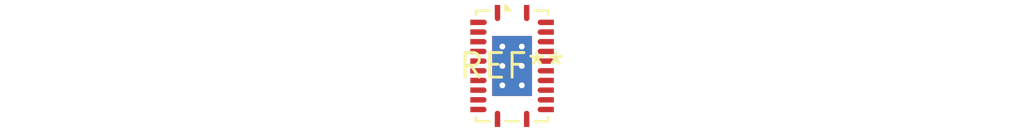
<source format=kicad_pcb>
(kicad_pcb (version 20240108) (generator pcbnew)
  (layers (0 "F.Cu" signal) (31 "B.Cu" signal) (34 "B.Paste" user) (35 "F.Paste" user) (36 "B.SilkS" user "B.Silkscreen") (37 "F.SilkS" user "F.Silkscreen") (38 "B.Mask" user) (39 "F.Mask" user) (44 "Edge.Cuts" user))
  (net 0 "")
  (footprint "Texas_RGY_R-PVQFN-N24_EP2.05x3.1mm_ThermalVias" (layer "F.Cu") (at 0 0)
    (property "Reference" "REF**")
    (property "Value" "Texas_RGY_R-PVQFN-N24_EP2.05x3.1mm_ThermalVias")
    (fp_line (start -1.86 -2.86) (end -1.86 -2.65) (layer "F.SilkS") (stroke (width 0.12)))
    (fp_line (start -1.86 2.86) (end -1.86 2.65) (layer "F.SilkS") (stroke (width 0.12)))
    (fp_line (start -1.15 -2.86) (end -1.86 -2.86) (layer "F.SilkS") (stroke (width 0.12)))
    (fp_line (start -1.15 2.86) (end -1.86 2.86) (layer "F.SilkS") (stroke (width 0.12)))
    (fp_line (start 0.35 2.86) (end -0.35 2.86) (layer "F.SilkS") (stroke (width 0.12)))
    (fp_line (start 1.15 -2.86) (end 1.86 -2.86) (layer "F.SilkS") (stroke (width 0.12)))
    (fp_line (start 1.15 2.86) (end 1.86 2.86) (layer "F.SilkS") (stroke (width 0.12)))
    (fp_line (start 1.86 -2.86) (end 1.86 -2.65) (layer "F.SilkS") (stroke (width 0.12)))
    (fp_line (start 1.86 2.86) (end 1.86 2.65) (layer "F.SilkS") (stroke (width 0.12)))
    (fp_poly (pts (xy -0.35 -2.86) (xy -0.35 -3.14) (xy -0.07 -2.86) (xy -0.35 -2.86)) (layer "F.SilkS") (stroke (width 0.12)) (fill solid))
    (pad "1" smd custom (at -0.75 -2.795) (size 0.28 0.71) (layers "F.Cu" "F.Paste" "F.Mask") (options (clearance outline) (anchor rect)) (primitives (gr_circle (center 0 0.3425) (end 0.14 0.3425) (width 0) (fill yes))))
    (pad "2" smd custom (at -1.795 -2.25) (size 0.71 0.28) (layers "F.Cu" "F.Paste" "F.Mask") (options (clearance outline) (anchor rect)) (primitives (gr_circle (center 0.355 0) (end 0.495 0) (width 0) (fill yes))))
    (pad "3" smd custom (at -1.795 -1.75) (size 0.71 0.28) (layers "F.Cu" "F.Paste" "F.Mask") (options (clearance outline) (anchor rect)) (primitives (gr_circle (center 0.3425 0) (end 0.4825 0) (width 0) (fill yes))))
    (pad "4" smd custom (at -1.795 -1.25) (size 0.71 0.28) (layers "F.Cu" "F.Paste" "F.Mask") (options (clearance outline) (anchor rect)) (primitives (gr_circle (center 0.3425 0) (end 0.4825 0) (width 0) (fill yes))))
    (pad "5" smd custom (at -1.795 -0.75) (size 0.71 0.28) (layers "F.Cu" "F.Paste" "F.Mask") (options (clearance outline) (anchor rect)) (primitives (gr_circle (center 0.3425 0) (end 0.4825 0) (width 0) (fill yes))))
    (pad "6" smd custom (at -1.795 -0.25) (size 0.71 0.28) (layers "F.Cu" "F.Paste" "F.Mask") (options (clearance outline) (anchor rect)) (primitives (gr_circle (center 0.3425 0) (end 0.4825 0) (width 0) (fill yes))))
    (pad "7" smd custom (at -1.795 0.25) (size 0.71 0.28) (layers "F.Cu" "F.Paste" "F.Mask") (options (clearance outline) (anchor rect)) (primitives (gr_circle (center 0.3425 0) (end 0.4825 0) (width 0) (fill yes))))
    (pad "8" smd custom (at -1.795 0.75) (size 0.71 0.28) (layers "F.Cu" "F.Paste" "F.Mask") (options (clearance outline) (anchor rect)) (primitives (gr_circle (center 0.3425 0) (end 0.4825 0) (width 0) (fill yes))))
    (pad "9" smd custom (at -1.795 1.25) (size 0.71 0.28) (layers "F.Cu" "F.Paste" "F.Mask") (options (clearance outline) (anchor rect)) (primitives (gr_circle (center 0.3425 0) (end 0.4825 0) (width 0) (fill yes))))
    (pad "10" smd custom (at -1.795 1.75) (size 0.71 0.28) (layers "F.Cu" "F.Paste" "F.Mask") (options (clearance outline) (anchor rect)) (primitives (gr_circle (center 0.3425 0) (end 0.4825 0) (width 0) (fill yes))))
    (pad "11" smd custom (at -1.795 2.25) (size 0.71 0.28) (layers "F.Cu" "F.Paste" "F.Mask") (options (clearance outline) (anchor rect)) (primitives (gr_circle (center 0.3425 0) (end 0.4825 0) (width 0) (fill yes))))
    (pad "12" smd custom (at -0.75 2.795) (size 0.28 0.71) (layers "F.Cu" "F.Paste" "F.Mask") (options (clearance outline) (anchor rect)) (primitives (gr_circle (center 0 -0.3425) (end 0.14 -0.3425) (width 0) (fill yes))))
    (pad "13" smd custom (at 0.75 2.795) (size 0.28 0.71) (layers "F.Cu" "F.Paste" "F.Mask") (options (clearance outline) (anchor rect)) (primitives (gr_circle (center 0 -0.3425) (end 0.14 -0.3425) (width 0) (fill yes))))
    (pad "14" smd custom (at 1.795 2.25) (size 0.71 0.28) (layers "F.Cu" "F.Paste" "F.Mask") (options (clearance outline) (anchor rect)) (primitives (gr_circle (center -0.3425 0) (end -0.2025 0) (width 0) (fill yes))))
    (pad "15" smd custom (at 1.795 1.75) (size 0.71 0.28) (layers "F.Cu" "F.Paste" "F.Mask") (options (clearance outline) (anchor rect)) (primitives (gr_circle (center -0.3425 0) (end -0.2025 0) (width 0) (fill yes))))
    (pad "16" smd custom (at 1.795 1.25) (size 0.71 0.28) (layers "F.Cu" "F.Paste" "F.Mask") (options (clearance outline) (anchor rect)) (primitives (gr_circle (center -0.3425 0) (end -0.2025 0) (width 0) (fill yes))))
    (pad "17" smd custom (at 1.795 0.75) (size 0.71 0.28) (layers "F.Cu" "F.Paste" "F.Mask") (options (clearance outline) (anchor rect)) (primitives (gr_circle (center -0.3425 0) (end -0.2025 0) (width 0) (fill yes))))
    (pad "18" smd custom (at 1.795 0.25) (size 0.71 0.28) (layers "F.Cu" "F.Paste" "F.Mask") (options (clearance outline) (anchor rect)) (primitives (gr_circle (center -0.3425 0) (end -0.2025 0) (width 0) (fill yes))))
    (pad "19" smd custom (at 1.795 -0.25) (size 0.71 0.28) (layers "F.Cu" "F.Paste" "F.Mask") (options (clearance outline) (anchor rect)) (primitives (gr_circle (center -0.3425 0) (end -0.2025 0) (width 0) (fill yes))))
    (pad "20" smd custom (at 1.795 -0.75) (size 0.71 0.28) (layers "F.Cu" "F.Paste" "F.Mask") (options (clearance outline) (anchor rect)) (primitives (gr_circle (center -0.3425 0) (end -0.2025 0) (width 0) (fill yes))))
    (pad "21" smd custom (at 1.795 -1.25) (size 0.71 0.28) (layers "F.Cu" "F.Paste" "F.Mask") (options (clearance outline) (anchor rect)) (primitives (gr_circle (center -0.3425 0) (end -0.2025 0) (width 0) (fill yes))))
    (pad "22" smd custom (at 1.795 -1.75) (size 0.71 0.28) (layers "F.Cu" "F.Paste" "F.Mask") (options (clearance outline) (anchor rect)) (primitives (gr_circle (center -0.3425 0) (end -0.2025 0) (width 0) (fill yes))))
    (pad "23" smd custom (at 1.795 -2.25) (size 0.71 0.28) (layers "F.Cu" "F.Paste" "F.Mask") (options (clearance outline) (anchor rect)) (primitives (gr_circle (center -0.3425 0) (end -0.2025 0) (width 0) (fill yes))))
    (pad "24" smd custom (at 0.75 -2.795) (size 0.28 0.71) (layers "F.Cu" "F.Paste" "F.Mask") (options (clearance outline) (anchor rect)) (primitives (gr_circle (center 0 0.3425) (end 0.14 0.3425) (width 0) (fill yes))))
    (pad "25" thru_hole circle (at -0.5 -1) (size 0.6 0.6) (drill 0.3) (layers *.Cu) (remove_unused_layers))
    (pad "25" thru_hole circle (at -0.5 0) (size 0.6 0.6) (drill 0.3) (layers *.Cu) (remove_unused_layers))
    (pad "25" thru_hole circle (at -0.5 1) (size 0.6 0.6) (drill 0.3) (layers *.Cu) (remove_unused_layers))
    (pad "25" smd rect (at 0 0) (size 2.05 3.1) (layers "F.Cu" "F.Mask"))
    (pad "25" smd rect (at 0 0) (size 2.05 3.1) (layers "B.Cu"))
    (pad "25" thru_hole circle (at 0.5 -1) (size 0.6 0.6) (drill 0.3) (layers *.Cu) (remove_unused_layers))
    (pad "25" thru_hole circle (at 0.5 0) (size 0.6 0.6) (drill 0.3) (layers *.Cu) (remove_unused_layers))
    (pad "25" thru_hole circle (at 0.5 1) (size 0.6 0.6) (drill 0.3) (layers *.Cu) (remove_unused_layers))
  )
)
</source>
